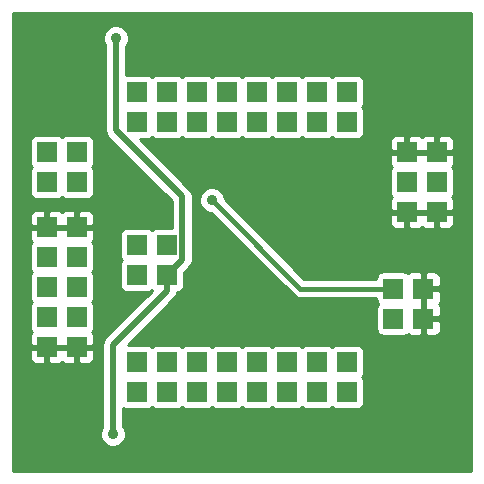
<source format=gbr>
G04 #@! TF.FileFunction,Copper,L1,Top,Signal*
%FSLAX46Y46*%
G04 Gerber Fmt 4.6, Leading zero omitted, Abs format (unit mm)*
G04 Created by KiCad (PCBNEW 0.201503110816+5502~22~ubuntu14.04.1-product) date St 11. březen 2015, 23:46:55 CET*
%MOMM*%
G01*
G04 APERTURE LIST*
%ADD10C,0.100000*%
%ADD11R,1.651000X1.651000*%
%ADD12C,6.000000*%
%ADD13C,0.889000*%
%ADD14C,0.381000*%
%ADD15C,0.508000*%
%ADD16C,0.254000*%
G04 APERTURE END LIST*
D10*
D11*
X36830000Y12700000D03*
X36830000Y15240000D03*
X36830000Y17780000D03*
X34290000Y17780000D03*
X34290000Y15240000D03*
X34290000Y12700000D03*
X11430000Y7366000D03*
X11430000Y9906000D03*
D12*
X5080000Y-5080000D03*
X35560000Y25400000D03*
X5050000Y25400000D03*
X35560000Y-5080000D03*
D11*
X3810000Y17780000D03*
X3810000Y15240000D03*
X6350000Y15240000D03*
X6350000Y17780000D03*
X3810000Y3810000D03*
X6350000Y11430000D03*
X6350000Y6350000D03*
X3810000Y11430000D03*
X6350000Y1270000D03*
X6350000Y3810000D03*
X6350000Y8890000D03*
X3810000Y1270000D03*
X3810000Y8890000D03*
X3810000Y6350000D03*
X13970000Y9906000D03*
X13970000Y7366000D03*
X13970000Y22860000D03*
X11430000Y22860000D03*
X29210000Y20320000D03*
X26670000Y20320000D03*
X16510000Y22860000D03*
X24130000Y20320000D03*
X21590000Y22860000D03*
X29210000Y22860000D03*
X21590000Y20320000D03*
X16510000Y20320000D03*
X24130000Y22860000D03*
X11430000Y20320000D03*
X13970000Y20320000D03*
X19050000Y20320000D03*
X26670000Y22860000D03*
X19050000Y22860000D03*
X26670000Y-2540000D03*
X29210000Y-2540000D03*
X11430000Y0D03*
X13970000Y0D03*
X24130000Y-2540000D03*
X16510000Y0D03*
X19050000Y-2540000D03*
X11430000Y-2540000D03*
X19050000Y0D03*
X24130000Y0D03*
X16510000Y-2540000D03*
X29210000Y0D03*
X26670000Y0D03*
X21590000Y0D03*
X13970000Y-2540000D03*
X21590000Y-2540000D03*
X33147000Y6223000D03*
X35687000Y6223000D03*
X35687000Y3683000D03*
X33147000Y3683000D03*
D13*
X17780000Y13716000D03*
X9398000Y-6096000D03*
X9652000Y27432000D03*
D14*
X25273000Y6223000D02*
X18224499Y13271501D01*
X33147000Y6223000D02*
X25273000Y6223000D01*
X18224499Y13271501D02*
X17780000Y13716000D01*
D15*
X13970000Y7366000D02*
X13970000Y6032500D01*
X13970000Y6032500D02*
X9398000Y1460500D01*
X9398000Y1460500D02*
X9398000Y-6096000D01*
X9652000Y26803383D02*
X9652000Y27432000D01*
X9652000Y19629798D02*
X9652000Y26803383D01*
X15249501Y14032297D02*
X9652000Y19629798D01*
X15249501Y8645501D02*
X15249501Y14032297D01*
X13970000Y7366000D02*
X15249501Y8645501D01*
D16*
G36*
X39699000Y-9219000D02*
X38302940Y-9219000D01*
X38302940Y14414500D01*
X38302940Y16065500D01*
X38255963Y16307623D01*
X38117473Y16518448D01*
X38193827Y16594802D01*
X38290500Y16828191D01*
X38290500Y17494250D01*
X38290500Y18065750D01*
X38290500Y18731809D01*
X38193827Y18965198D01*
X38015199Y19143827D01*
X37781810Y19240500D01*
X37529191Y19240500D01*
X37115750Y19240500D01*
X36957000Y19081750D01*
X36957000Y17907000D01*
X38131750Y17907000D01*
X38290500Y18065750D01*
X38290500Y17494250D01*
X38131750Y17653000D01*
X36957000Y17653000D01*
X36957000Y17633000D01*
X36703000Y17633000D01*
X36703000Y17653000D01*
X36703000Y17907000D01*
X36703000Y19081750D01*
X36544250Y19240500D01*
X36130809Y19240500D01*
X35878190Y19240500D01*
X35644801Y19143827D01*
X35560000Y19059026D01*
X35475199Y19143827D01*
X35241810Y19240500D01*
X34989191Y19240500D01*
X34575750Y19240500D01*
X34417000Y19081750D01*
X34417000Y17907000D01*
X35528250Y17907000D01*
X35591750Y17907000D01*
X36703000Y17907000D01*
X36703000Y17653000D01*
X35591750Y17653000D01*
X35528250Y17653000D01*
X34417000Y17653000D01*
X34417000Y17633000D01*
X34163000Y17633000D01*
X34163000Y17653000D01*
X34163000Y17907000D01*
X34163000Y19081750D01*
X34004250Y19240500D01*
X33590809Y19240500D01*
X33338190Y19240500D01*
X33104801Y19143827D01*
X32926173Y18965198D01*
X32829500Y18731809D01*
X32829500Y18065750D01*
X32988250Y17907000D01*
X34163000Y17907000D01*
X34163000Y17653000D01*
X32988250Y17653000D01*
X32829500Y17494250D01*
X32829500Y16828191D01*
X32926173Y16594802D01*
X33003620Y16517355D01*
X32867123Y16315140D01*
X32817060Y16065500D01*
X32817060Y14414500D01*
X32864037Y14172377D01*
X33002526Y13961553D01*
X32926173Y13885198D01*
X32829500Y13651809D01*
X32829500Y12985750D01*
X32988250Y12827000D01*
X34163000Y12827000D01*
X34163000Y12847000D01*
X34417000Y12847000D01*
X34417000Y12827000D01*
X35528250Y12827000D01*
X35591750Y12827000D01*
X36703000Y12827000D01*
X36703000Y12847000D01*
X36957000Y12847000D01*
X36957000Y12827000D01*
X38131750Y12827000D01*
X38290500Y12985750D01*
X38290500Y13651809D01*
X38193827Y13885198D01*
X38116379Y13962646D01*
X38252877Y14164860D01*
X38302940Y14414500D01*
X38302940Y-9219000D01*
X38290500Y-9219000D01*
X38290500Y11748191D01*
X38290500Y12414250D01*
X38131750Y12573000D01*
X36957000Y12573000D01*
X36957000Y11398250D01*
X37115750Y11239500D01*
X37529191Y11239500D01*
X37781810Y11239500D01*
X38015199Y11336173D01*
X38193827Y11514802D01*
X38290500Y11748191D01*
X38290500Y-9219000D01*
X37147500Y-9219000D01*
X37147500Y2731190D01*
X37147500Y2983809D01*
X37147500Y3397250D01*
X37147500Y3968750D01*
X37147500Y4382191D01*
X37147500Y4634810D01*
X37050827Y4868199D01*
X36966025Y4953000D01*
X37050827Y5037801D01*
X37147500Y5271190D01*
X37147500Y5523809D01*
X37147500Y5937250D01*
X37147500Y6508750D01*
X37147500Y6922191D01*
X37147500Y7174810D01*
X37050827Y7408199D01*
X36872198Y7586827D01*
X36703000Y7656911D01*
X36703000Y11398250D01*
X36703000Y12573000D01*
X35591750Y12573000D01*
X35528250Y12573000D01*
X34417000Y12573000D01*
X34417000Y11398250D01*
X34575750Y11239500D01*
X34989191Y11239500D01*
X35241810Y11239500D01*
X35475199Y11336173D01*
X35560000Y11420975D01*
X35644801Y11336173D01*
X35878190Y11239500D01*
X36130809Y11239500D01*
X36544250Y11239500D01*
X36703000Y11398250D01*
X36703000Y7656911D01*
X36638809Y7683500D01*
X35972750Y7683500D01*
X35814000Y7524750D01*
X35814000Y6350000D01*
X36988750Y6350000D01*
X37147500Y6508750D01*
X37147500Y5937250D01*
X36988750Y6096000D01*
X35814000Y6096000D01*
X35814000Y4984750D01*
X35814000Y4921250D01*
X35814000Y3810000D01*
X36988750Y3810000D01*
X37147500Y3968750D01*
X37147500Y3397250D01*
X36988750Y3556000D01*
X35814000Y3556000D01*
X35814000Y2381250D01*
X35972750Y2222500D01*
X36638809Y2222500D01*
X36872198Y2319173D01*
X37050827Y2497801D01*
X37147500Y2731190D01*
X37147500Y-9219000D01*
X35560000Y-9219000D01*
X35560000Y2381250D01*
X35560000Y3556000D01*
X35540000Y3556000D01*
X35540000Y3810000D01*
X35560000Y3810000D01*
X35560000Y4921250D01*
X35560000Y4984750D01*
X35560000Y6096000D01*
X35540000Y6096000D01*
X35540000Y6350000D01*
X35560000Y6350000D01*
X35560000Y7524750D01*
X35401250Y7683500D01*
X34735191Y7683500D01*
X34501802Y7586827D01*
X34424354Y7509380D01*
X34222140Y7645877D01*
X34163000Y7657736D01*
X34163000Y11398250D01*
X34163000Y12573000D01*
X32988250Y12573000D01*
X32829500Y12414250D01*
X32829500Y11748191D01*
X32926173Y11514802D01*
X33104801Y11336173D01*
X33338190Y11239500D01*
X33590809Y11239500D01*
X34004250Y11239500D01*
X34163000Y11398250D01*
X34163000Y7657736D01*
X33972500Y7695940D01*
X32321500Y7695940D01*
X32079377Y7648963D01*
X31866573Y7509173D01*
X31724123Y7298140D01*
X31674060Y7048500D01*
X25614933Y7048500D01*
X18859577Y13803857D01*
X18859687Y13929784D01*
X18695689Y14326689D01*
X18392286Y14630622D01*
X17995668Y14795313D01*
X17566216Y14795687D01*
X17169311Y14631689D01*
X16865378Y14328286D01*
X16700687Y13931668D01*
X16700313Y13502216D01*
X16864311Y13105311D01*
X17167714Y12801378D01*
X17564332Y12636687D01*
X17691990Y12636576D01*
X24689280Y5639287D01*
X24689283Y5639283D01*
X24689284Y5639283D01*
X24957095Y5460337D01*
X25273000Y5397499D01*
X25273000Y5397500D01*
X25273005Y5397500D01*
X31674060Y5397500D01*
X31721037Y5155377D01*
X31854805Y4951740D01*
X31724123Y4758140D01*
X31674060Y4508500D01*
X31674060Y2857500D01*
X31721037Y2615377D01*
X31860827Y2402573D01*
X32071860Y2260123D01*
X32321500Y2210060D01*
X33972500Y2210060D01*
X34214623Y2257037D01*
X34425447Y2395527D01*
X34501802Y2319173D01*
X34735191Y2222500D01*
X35401250Y2222500D01*
X35560000Y2381250D01*
X35560000Y-9219000D01*
X30682940Y-9219000D01*
X30682940Y-3365500D01*
X30682940Y-1714500D01*
X30635963Y-1472377D01*
X30502194Y-1268739D01*
X30632877Y-1075140D01*
X30682940Y-825500D01*
X30682940Y825500D01*
X30635963Y1067623D01*
X30496173Y1280427D01*
X30285140Y1422877D01*
X30035500Y1472940D01*
X28384500Y1472940D01*
X28142377Y1425963D01*
X27938739Y1292195D01*
X27745140Y1422877D01*
X27495500Y1472940D01*
X25844500Y1472940D01*
X25602377Y1425963D01*
X25398739Y1292195D01*
X25205140Y1422877D01*
X24955500Y1472940D01*
X23304500Y1472940D01*
X23062377Y1425963D01*
X22858739Y1292195D01*
X22665140Y1422877D01*
X22415500Y1472940D01*
X20764500Y1472940D01*
X20522377Y1425963D01*
X20318739Y1292195D01*
X20125140Y1422877D01*
X19875500Y1472940D01*
X18224500Y1472940D01*
X17982377Y1425963D01*
X17778739Y1292195D01*
X17585140Y1422877D01*
X17335500Y1472940D01*
X15684500Y1472940D01*
X15442377Y1425963D01*
X15238739Y1292195D01*
X15045140Y1422877D01*
X14795500Y1472940D01*
X13144500Y1472940D01*
X12902377Y1425963D01*
X12698739Y1292195D01*
X12505140Y1422877D01*
X12255500Y1472940D01*
X10667676Y1472940D01*
X14598618Y5403882D01*
X14791329Y5692294D01*
X14832699Y5900278D01*
X15037623Y5940037D01*
X15250427Y6079827D01*
X15392877Y6290860D01*
X15442940Y6540500D01*
X15442940Y7581704D01*
X15878119Y8016883D01*
X16070830Y8305295D01*
X16070831Y8305296D01*
X16138501Y8645501D01*
X16138501Y14032297D01*
X16070830Y14372502D01*
X16070830Y14372503D01*
X15878119Y14660915D01*
X11691974Y18847060D01*
X12255500Y18847060D01*
X12497623Y18894037D01*
X12701260Y19027806D01*
X12894860Y18897123D01*
X13144500Y18847060D01*
X14795500Y18847060D01*
X15037623Y18894037D01*
X15241260Y19027806D01*
X15434860Y18897123D01*
X15684500Y18847060D01*
X17335500Y18847060D01*
X17577623Y18894037D01*
X17781260Y19027806D01*
X17974860Y18897123D01*
X18224500Y18847060D01*
X19875500Y18847060D01*
X20117623Y18894037D01*
X20321260Y19027806D01*
X20514860Y18897123D01*
X20764500Y18847060D01*
X22415500Y18847060D01*
X22657623Y18894037D01*
X22861260Y19027806D01*
X23054860Y18897123D01*
X23304500Y18847060D01*
X24955500Y18847060D01*
X25197623Y18894037D01*
X25401260Y19027806D01*
X25594860Y18897123D01*
X25844500Y18847060D01*
X27495500Y18847060D01*
X27737623Y18894037D01*
X27941260Y19027806D01*
X28134860Y18897123D01*
X28384500Y18847060D01*
X30035500Y18847060D01*
X30277623Y18894037D01*
X30490427Y19033827D01*
X30632877Y19244860D01*
X30682940Y19494500D01*
X30682940Y21145500D01*
X30635963Y21387623D01*
X30502194Y21591261D01*
X30632877Y21784860D01*
X30682940Y22034500D01*
X30682940Y23685500D01*
X30635963Y23927623D01*
X30496173Y24140427D01*
X30285140Y24282877D01*
X30035500Y24332940D01*
X28384500Y24332940D01*
X28142377Y24285963D01*
X27938739Y24152195D01*
X27745140Y24282877D01*
X27495500Y24332940D01*
X25844500Y24332940D01*
X25602377Y24285963D01*
X25398739Y24152195D01*
X25205140Y24282877D01*
X24955500Y24332940D01*
X23304500Y24332940D01*
X23062377Y24285963D01*
X22858739Y24152195D01*
X22665140Y24282877D01*
X22415500Y24332940D01*
X20764500Y24332940D01*
X20522377Y24285963D01*
X20318739Y24152195D01*
X20125140Y24282877D01*
X19875500Y24332940D01*
X18224500Y24332940D01*
X17982377Y24285963D01*
X17778739Y24152195D01*
X17585140Y24282877D01*
X17335500Y24332940D01*
X15684500Y24332940D01*
X15442377Y24285963D01*
X15238739Y24152195D01*
X15045140Y24282877D01*
X14795500Y24332940D01*
X13144500Y24332940D01*
X12902377Y24285963D01*
X12698739Y24152195D01*
X12505140Y24282877D01*
X12255500Y24332940D01*
X10604500Y24332940D01*
X10541000Y24320620D01*
X10541000Y26794137D01*
X10566622Y26819714D01*
X10731313Y27216332D01*
X10731687Y27645784D01*
X10567689Y28042689D01*
X10264286Y28346622D01*
X9867668Y28511313D01*
X9438216Y28511687D01*
X9041311Y28347689D01*
X8737378Y28044286D01*
X8572687Y27647668D01*
X8572313Y27218216D01*
X8736311Y26821311D01*
X8763000Y26794575D01*
X8763000Y19629798D01*
X8830671Y19289592D01*
X9023382Y19001180D01*
X14360501Y13664061D01*
X14360501Y11378940D01*
X13144500Y11378940D01*
X12902377Y11331963D01*
X12698739Y11198195D01*
X12505140Y11328877D01*
X12255500Y11378940D01*
X10604500Y11378940D01*
X10362377Y11331963D01*
X10149573Y11192173D01*
X10007123Y10981140D01*
X9957060Y10731500D01*
X9957060Y9080500D01*
X10004037Y8838377D01*
X10137805Y8634740D01*
X10007123Y8441140D01*
X9957060Y8191500D01*
X9957060Y6540500D01*
X10004037Y6298377D01*
X10143827Y6085573D01*
X10354860Y5943123D01*
X10604500Y5893060D01*
X12255500Y5893060D01*
X12497623Y5940037D01*
X12701260Y6073806D01*
X12732787Y6052524D01*
X8769382Y2089118D01*
X8576671Y1800706D01*
X8509000Y1460500D01*
X8509000Y-5458136D01*
X8483378Y-5483714D01*
X8318687Y-5880332D01*
X8318313Y-6309784D01*
X8482311Y-6706689D01*
X8785714Y-7010622D01*
X9182332Y-7175313D01*
X9611784Y-7175687D01*
X10008689Y-7011689D01*
X10312622Y-6708286D01*
X10477313Y-6311668D01*
X10477687Y-5882216D01*
X10313689Y-5485311D01*
X10287000Y-5458575D01*
X10287000Y-3917070D01*
X10354860Y-3962877D01*
X10604500Y-4012940D01*
X12255500Y-4012940D01*
X12497623Y-3965963D01*
X12701260Y-3832194D01*
X12894860Y-3962877D01*
X13144500Y-4012940D01*
X14795500Y-4012940D01*
X15037623Y-3965963D01*
X15241260Y-3832194D01*
X15434860Y-3962877D01*
X15684500Y-4012940D01*
X17335500Y-4012940D01*
X17577623Y-3965963D01*
X17781260Y-3832194D01*
X17974860Y-3962877D01*
X18224500Y-4012940D01*
X19875500Y-4012940D01*
X20117623Y-3965963D01*
X20321260Y-3832194D01*
X20514860Y-3962877D01*
X20764500Y-4012940D01*
X22415500Y-4012940D01*
X22657623Y-3965963D01*
X22861260Y-3832194D01*
X23054860Y-3962877D01*
X23304500Y-4012940D01*
X24955500Y-4012940D01*
X25197623Y-3965963D01*
X25401260Y-3832194D01*
X25594860Y-3962877D01*
X25844500Y-4012940D01*
X27495500Y-4012940D01*
X27737623Y-3965963D01*
X27941260Y-3832194D01*
X28134860Y-3962877D01*
X28384500Y-4012940D01*
X30035500Y-4012940D01*
X30277623Y-3965963D01*
X30490427Y-3826173D01*
X30632877Y-3615140D01*
X30682940Y-3365500D01*
X30682940Y-9219000D01*
X7822940Y-9219000D01*
X7822940Y2984500D01*
X7822940Y4635500D01*
X7775963Y4877623D01*
X7642194Y5081261D01*
X7772877Y5274860D01*
X7822940Y5524500D01*
X7822940Y7175500D01*
X7775963Y7417623D01*
X7642194Y7621261D01*
X7772877Y7814860D01*
X7822940Y8064500D01*
X7822940Y9715500D01*
X7822940Y14414500D01*
X7822940Y16065500D01*
X7775963Y16307623D01*
X7642194Y16511261D01*
X7772877Y16704860D01*
X7822940Y16954500D01*
X7822940Y18605500D01*
X7775963Y18847623D01*
X7636173Y19060427D01*
X7425140Y19202877D01*
X7175500Y19252940D01*
X5524500Y19252940D01*
X5282377Y19205963D01*
X5078739Y19072195D01*
X4885140Y19202877D01*
X4635500Y19252940D01*
X2984500Y19252940D01*
X2742377Y19205963D01*
X2529573Y19066173D01*
X2387123Y18855140D01*
X2337060Y18605500D01*
X2337060Y16954500D01*
X2384037Y16712377D01*
X2517805Y16508740D01*
X2387123Y16315140D01*
X2337060Y16065500D01*
X2337060Y14414500D01*
X2384037Y14172377D01*
X2523827Y13959573D01*
X2734860Y13817123D01*
X2984500Y13767060D01*
X4635500Y13767060D01*
X4877623Y13814037D01*
X5081260Y13947806D01*
X5274860Y13817123D01*
X5524500Y13767060D01*
X7175500Y13767060D01*
X7417623Y13814037D01*
X7630427Y13953827D01*
X7772877Y14164860D01*
X7822940Y14414500D01*
X7822940Y9715500D01*
X7775963Y9957623D01*
X7637473Y10168448D01*
X7713827Y10244802D01*
X7810500Y10478191D01*
X7810500Y11144250D01*
X7810500Y11715750D01*
X7810500Y12381809D01*
X7713827Y12615198D01*
X7535199Y12793827D01*
X7301810Y12890500D01*
X7049191Y12890500D01*
X6635750Y12890500D01*
X6477000Y12731750D01*
X6477000Y11557000D01*
X7651750Y11557000D01*
X7810500Y11715750D01*
X7810500Y11144250D01*
X7651750Y11303000D01*
X6477000Y11303000D01*
X6477000Y11283000D01*
X6223000Y11283000D01*
X6223000Y11303000D01*
X6223000Y11557000D01*
X6223000Y12731750D01*
X6064250Y12890500D01*
X5650809Y12890500D01*
X5398190Y12890500D01*
X5164801Y12793827D01*
X5080000Y12709026D01*
X4995199Y12793827D01*
X4761810Y12890500D01*
X4509191Y12890500D01*
X4095750Y12890500D01*
X3937000Y12731750D01*
X3937000Y11557000D01*
X5048250Y11557000D01*
X5111750Y11557000D01*
X6223000Y11557000D01*
X6223000Y11303000D01*
X5111750Y11303000D01*
X5048250Y11303000D01*
X3937000Y11303000D01*
X3937000Y11283000D01*
X3683000Y11283000D01*
X3683000Y11303000D01*
X3683000Y11557000D01*
X3683000Y12731750D01*
X3524250Y12890500D01*
X3110809Y12890500D01*
X2858190Y12890500D01*
X2624801Y12793827D01*
X2446173Y12615198D01*
X2349500Y12381809D01*
X2349500Y11715750D01*
X2508250Y11557000D01*
X3683000Y11557000D01*
X3683000Y11303000D01*
X2508250Y11303000D01*
X2349500Y11144250D01*
X2349500Y10478191D01*
X2446173Y10244802D01*
X2523620Y10167355D01*
X2387123Y9965140D01*
X2337060Y9715500D01*
X2337060Y8064500D01*
X2384037Y7822377D01*
X2517805Y7618740D01*
X2387123Y7425140D01*
X2337060Y7175500D01*
X2337060Y5524500D01*
X2384037Y5282377D01*
X2517805Y5078740D01*
X2387123Y4885140D01*
X2337060Y4635500D01*
X2337060Y2984500D01*
X2384037Y2742377D01*
X2522526Y2531553D01*
X2446173Y2455198D01*
X2349500Y2221809D01*
X2349500Y1555750D01*
X2508250Y1397000D01*
X3683000Y1397000D01*
X3683000Y1417000D01*
X3937000Y1417000D01*
X3937000Y1397000D01*
X5048250Y1397000D01*
X5111750Y1397000D01*
X6223000Y1397000D01*
X6223000Y1417000D01*
X6477000Y1417000D01*
X6477000Y1397000D01*
X7651750Y1397000D01*
X7810500Y1555750D01*
X7810500Y2221809D01*
X7713827Y2455198D01*
X7636379Y2532646D01*
X7772877Y2734860D01*
X7822940Y2984500D01*
X7822940Y-9219000D01*
X7810500Y-9219000D01*
X7810500Y318191D01*
X7810500Y984250D01*
X7651750Y1143000D01*
X6477000Y1143000D01*
X6477000Y-31750D01*
X6635750Y-190500D01*
X7049191Y-190500D01*
X7301810Y-190500D01*
X7535199Y-93827D01*
X7713827Y84802D01*
X7810500Y318191D01*
X7810500Y-9219000D01*
X6223000Y-9219000D01*
X6223000Y-31750D01*
X6223000Y1143000D01*
X5111750Y1143000D01*
X5048250Y1143000D01*
X3937000Y1143000D01*
X3937000Y-31750D01*
X4095750Y-190500D01*
X4509191Y-190500D01*
X4761810Y-190500D01*
X4995199Y-93827D01*
X5080000Y-9025D01*
X5164801Y-93827D01*
X5398190Y-190500D01*
X5650809Y-190500D01*
X6064250Y-190500D01*
X6223000Y-31750D01*
X6223000Y-9219000D01*
X3683000Y-9219000D01*
X3683000Y-31750D01*
X3683000Y1143000D01*
X2508250Y1143000D01*
X2349500Y984250D01*
X2349500Y318191D01*
X2446173Y84802D01*
X2624801Y-93827D01*
X2858190Y-190500D01*
X3110809Y-190500D01*
X3524250Y-190500D01*
X3683000Y-31750D01*
X3683000Y-9219000D01*
X941000Y-9219000D01*
X941000Y29539000D01*
X39699000Y29539000D01*
X39699000Y-9219000D01*
X39699000Y-9219000D01*
G37*
X39699000Y-9219000D02*
X38302940Y-9219000D01*
X38302940Y14414500D01*
X38302940Y16065500D01*
X38255963Y16307623D01*
X38117473Y16518448D01*
X38193827Y16594802D01*
X38290500Y16828191D01*
X38290500Y17494250D01*
X38290500Y18065750D01*
X38290500Y18731809D01*
X38193827Y18965198D01*
X38015199Y19143827D01*
X37781810Y19240500D01*
X37529191Y19240500D01*
X37115750Y19240500D01*
X36957000Y19081750D01*
X36957000Y17907000D01*
X38131750Y17907000D01*
X38290500Y18065750D01*
X38290500Y17494250D01*
X38131750Y17653000D01*
X36957000Y17653000D01*
X36957000Y17633000D01*
X36703000Y17633000D01*
X36703000Y17653000D01*
X36703000Y17907000D01*
X36703000Y19081750D01*
X36544250Y19240500D01*
X36130809Y19240500D01*
X35878190Y19240500D01*
X35644801Y19143827D01*
X35560000Y19059026D01*
X35475199Y19143827D01*
X35241810Y19240500D01*
X34989191Y19240500D01*
X34575750Y19240500D01*
X34417000Y19081750D01*
X34417000Y17907000D01*
X35528250Y17907000D01*
X35591750Y17907000D01*
X36703000Y17907000D01*
X36703000Y17653000D01*
X35591750Y17653000D01*
X35528250Y17653000D01*
X34417000Y17653000D01*
X34417000Y17633000D01*
X34163000Y17633000D01*
X34163000Y17653000D01*
X34163000Y17907000D01*
X34163000Y19081750D01*
X34004250Y19240500D01*
X33590809Y19240500D01*
X33338190Y19240500D01*
X33104801Y19143827D01*
X32926173Y18965198D01*
X32829500Y18731809D01*
X32829500Y18065750D01*
X32988250Y17907000D01*
X34163000Y17907000D01*
X34163000Y17653000D01*
X32988250Y17653000D01*
X32829500Y17494250D01*
X32829500Y16828191D01*
X32926173Y16594802D01*
X33003620Y16517355D01*
X32867123Y16315140D01*
X32817060Y16065500D01*
X32817060Y14414500D01*
X32864037Y14172377D01*
X33002526Y13961553D01*
X32926173Y13885198D01*
X32829500Y13651809D01*
X32829500Y12985750D01*
X32988250Y12827000D01*
X34163000Y12827000D01*
X34163000Y12847000D01*
X34417000Y12847000D01*
X34417000Y12827000D01*
X35528250Y12827000D01*
X35591750Y12827000D01*
X36703000Y12827000D01*
X36703000Y12847000D01*
X36957000Y12847000D01*
X36957000Y12827000D01*
X38131750Y12827000D01*
X38290500Y12985750D01*
X38290500Y13651809D01*
X38193827Y13885198D01*
X38116379Y13962646D01*
X38252877Y14164860D01*
X38302940Y14414500D01*
X38302940Y-9219000D01*
X38290500Y-9219000D01*
X38290500Y11748191D01*
X38290500Y12414250D01*
X38131750Y12573000D01*
X36957000Y12573000D01*
X36957000Y11398250D01*
X37115750Y11239500D01*
X37529191Y11239500D01*
X37781810Y11239500D01*
X38015199Y11336173D01*
X38193827Y11514802D01*
X38290500Y11748191D01*
X38290500Y-9219000D01*
X37147500Y-9219000D01*
X37147500Y2731190D01*
X37147500Y2983809D01*
X37147500Y3397250D01*
X37147500Y3968750D01*
X37147500Y4382191D01*
X37147500Y4634810D01*
X37050827Y4868199D01*
X36966025Y4953000D01*
X37050827Y5037801D01*
X37147500Y5271190D01*
X37147500Y5523809D01*
X37147500Y5937250D01*
X37147500Y6508750D01*
X37147500Y6922191D01*
X37147500Y7174810D01*
X37050827Y7408199D01*
X36872198Y7586827D01*
X36703000Y7656911D01*
X36703000Y11398250D01*
X36703000Y12573000D01*
X35591750Y12573000D01*
X35528250Y12573000D01*
X34417000Y12573000D01*
X34417000Y11398250D01*
X34575750Y11239500D01*
X34989191Y11239500D01*
X35241810Y11239500D01*
X35475199Y11336173D01*
X35560000Y11420975D01*
X35644801Y11336173D01*
X35878190Y11239500D01*
X36130809Y11239500D01*
X36544250Y11239500D01*
X36703000Y11398250D01*
X36703000Y7656911D01*
X36638809Y7683500D01*
X35972750Y7683500D01*
X35814000Y7524750D01*
X35814000Y6350000D01*
X36988750Y6350000D01*
X37147500Y6508750D01*
X37147500Y5937250D01*
X36988750Y6096000D01*
X35814000Y6096000D01*
X35814000Y4984750D01*
X35814000Y4921250D01*
X35814000Y3810000D01*
X36988750Y3810000D01*
X37147500Y3968750D01*
X37147500Y3397250D01*
X36988750Y3556000D01*
X35814000Y3556000D01*
X35814000Y2381250D01*
X35972750Y2222500D01*
X36638809Y2222500D01*
X36872198Y2319173D01*
X37050827Y2497801D01*
X37147500Y2731190D01*
X37147500Y-9219000D01*
X35560000Y-9219000D01*
X35560000Y2381250D01*
X35560000Y3556000D01*
X35540000Y3556000D01*
X35540000Y3810000D01*
X35560000Y3810000D01*
X35560000Y4921250D01*
X35560000Y4984750D01*
X35560000Y6096000D01*
X35540000Y6096000D01*
X35540000Y6350000D01*
X35560000Y6350000D01*
X35560000Y7524750D01*
X35401250Y7683500D01*
X34735191Y7683500D01*
X34501802Y7586827D01*
X34424354Y7509380D01*
X34222140Y7645877D01*
X34163000Y7657736D01*
X34163000Y11398250D01*
X34163000Y12573000D01*
X32988250Y12573000D01*
X32829500Y12414250D01*
X32829500Y11748191D01*
X32926173Y11514802D01*
X33104801Y11336173D01*
X33338190Y11239500D01*
X33590809Y11239500D01*
X34004250Y11239500D01*
X34163000Y11398250D01*
X34163000Y7657736D01*
X33972500Y7695940D01*
X32321500Y7695940D01*
X32079377Y7648963D01*
X31866573Y7509173D01*
X31724123Y7298140D01*
X31674060Y7048500D01*
X25614933Y7048500D01*
X18859577Y13803857D01*
X18859687Y13929784D01*
X18695689Y14326689D01*
X18392286Y14630622D01*
X17995668Y14795313D01*
X17566216Y14795687D01*
X17169311Y14631689D01*
X16865378Y14328286D01*
X16700687Y13931668D01*
X16700313Y13502216D01*
X16864311Y13105311D01*
X17167714Y12801378D01*
X17564332Y12636687D01*
X17691990Y12636576D01*
X24689280Y5639287D01*
X24689283Y5639283D01*
X24689284Y5639283D01*
X24957095Y5460337D01*
X25273000Y5397499D01*
X25273000Y5397500D01*
X25273005Y5397500D01*
X31674060Y5397500D01*
X31721037Y5155377D01*
X31854805Y4951740D01*
X31724123Y4758140D01*
X31674060Y4508500D01*
X31674060Y2857500D01*
X31721037Y2615377D01*
X31860827Y2402573D01*
X32071860Y2260123D01*
X32321500Y2210060D01*
X33972500Y2210060D01*
X34214623Y2257037D01*
X34425447Y2395527D01*
X34501802Y2319173D01*
X34735191Y2222500D01*
X35401250Y2222500D01*
X35560000Y2381250D01*
X35560000Y-9219000D01*
X30682940Y-9219000D01*
X30682940Y-3365500D01*
X30682940Y-1714500D01*
X30635963Y-1472377D01*
X30502194Y-1268739D01*
X30632877Y-1075140D01*
X30682940Y-825500D01*
X30682940Y825500D01*
X30635963Y1067623D01*
X30496173Y1280427D01*
X30285140Y1422877D01*
X30035500Y1472940D01*
X28384500Y1472940D01*
X28142377Y1425963D01*
X27938739Y1292195D01*
X27745140Y1422877D01*
X27495500Y1472940D01*
X25844500Y1472940D01*
X25602377Y1425963D01*
X25398739Y1292195D01*
X25205140Y1422877D01*
X24955500Y1472940D01*
X23304500Y1472940D01*
X23062377Y1425963D01*
X22858739Y1292195D01*
X22665140Y1422877D01*
X22415500Y1472940D01*
X20764500Y1472940D01*
X20522377Y1425963D01*
X20318739Y1292195D01*
X20125140Y1422877D01*
X19875500Y1472940D01*
X18224500Y1472940D01*
X17982377Y1425963D01*
X17778739Y1292195D01*
X17585140Y1422877D01*
X17335500Y1472940D01*
X15684500Y1472940D01*
X15442377Y1425963D01*
X15238739Y1292195D01*
X15045140Y1422877D01*
X14795500Y1472940D01*
X13144500Y1472940D01*
X12902377Y1425963D01*
X12698739Y1292195D01*
X12505140Y1422877D01*
X12255500Y1472940D01*
X10667676Y1472940D01*
X14598618Y5403882D01*
X14791329Y5692294D01*
X14832699Y5900278D01*
X15037623Y5940037D01*
X15250427Y6079827D01*
X15392877Y6290860D01*
X15442940Y6540500D01*
X15442940Y7581704D01*
X15878119Y8016883D01*
X16070830Y8305295D01*
X16070831Y8305296D01*
X16138501Y8645501D01*
X16138501Y14032297D01*
X16070830Y14372502D01*
X16070830Y14372503D01*
X15878119Y14660915D01*
X11691974Y18847060D01*
X12255500Y18847060D01*
X12497623Y18894037D01*
X12701260Y19027806D01*
X12894860Y18897123D01*
X13144500Y18847060D01*
X14795500Y18847060D01*
X15037623Y18894037D01*
X15241260Y19027806D01*
X15434860Y18897123D01*
X15684500Y18847060D01*
X17335500Y18847060D01*
X17577623Y18894037D01*
X17781260Y19027806D01*
X17974860Y18897123D01*
X18224500Y18847060D01*
X19875500Y18847060D01*
X20117623Y18894037D01*
X20321260Y19027806D01*
X20514860Y18897123D01*
X20764500Y18847060D01*
X22415500Y18847060D01*
X22657623Y18894037D01*
X22861260Y19027806D01*
X23054860Y18897123D01*
X23304500Y18847060D01*
X24955500Y18847060D01*
X25197623Y18894037D01*
X25401260Y19027806D01*
X25594860Y18897123D01*
X25844500Y18847060D01*
X27495500Y18847060D01*
X27737623Y18894037D01*
X27941260Y19027806D01*
X28134860Y18897123D01*
X28384500Y18847060D01*
X30035500Y18847060D01*
X30277623Y18894037D01*
X30490427Y19033827D01*
X30632877Y19244860D01*
X30682940Y19494500D01*
X30682940Y21145500D01*
X30635963Y21387623D01*
X30502194Y21591261D01*
X30632877Y21784860D01*
X30682940Y22034500D01*
X30682940Y23685500D01*
X30635963Y23927623D01*
X30496173Y24140427D01*
X30285140Y24282877D01*
X30035500Y24332940D01*
X28384500Y24332940D01*
X28142377Y24285963D01*
X27938739Y24152195D01*
X27745140Y24282877D01*
X27495500Y24332940D01*
X25844500Y24332940D01*
X25602377Y24285963D01*
X25398739Y24152195D01*
X25205140Y24282877D01*
X24955500Y24332940D01*
X23304500Y24332940D01*
X23062377Y24285963D01*
X22858739Y24152195D01*
X22665140Y24282877D01*
X22415500Y24332940D01*
X20764500Y24332940D01*
X20522377Y24285963D01*
X20318739Y24152195D01*
X20125140Y24282877D01*
X19875500Y24332940D01*
X18224500Y24332940D01*
X17982377Y24285963D01*
X17778739Y24152195D01*
X17585140Y24282877D01*
X17335500Y24332940D01*
X15684500Y24332940D01*
X15442377Y24285963D01*
X15238739Y24152195D01*
X15045140Y24282877D01*
X14795500Y24332940D01*
X13144500Y24332940D01*
X12902377Y24285963D01*
X12698739Y24152195D01*
X12505140Y24282877D01*
X12255500Y24332940D01*
X10604500Y24332940D01*
X10541000Y24320620D01*
X10541000Y26794137D01*
X10566622Y26819714D01*
X10731313Y27216332D01*
X10731687Y27645784D01*
X10567689Y28042689D01*
X10264286Y28346622D01*
X9867668Y28511313D01*
X9438216Y28511687D01*
X9041311Y28347689D01*
X8737378Y28044286D01*
X8572687Y27647668D01*
X8572313Y27218216D01*
X8736311Y26821311D01*
X8763000Y26794575D01*
X8763000Y19629798D01*
X8830671Y19289592D01*
X9023382Y19001180D01*
X14360501Y13664061D01*
X14360501Y11378940D01*
X13144500Y11378940D01*
X12902377Y11331963D01*
X12698739Y11198195D01*
X12505140Y11328877D01*
X12255500Y11378940D01*
X10604500Y11378940D01*
X10362377Y11331963D01*
X10149573Y11192173D01*
X10007123Y10981140D01*
X9957060Y10731500D01*
X9957060Y9080500D01*
X10004037Y8838377D01*
X10137805Y8634740D01*
X10007123Y8441140D01*
X9957060Y8191500D01*
X9957060Y6540500D01*
X10004037Y6298377D01*
X10143827Y6085573D01*
X10354860Y5943123D01*
X10604500Y5893060D01*
X12255500Y5893060D01*
X12497623Y5940037D01*
X12701260Y6073806D01*
X12732787Y6052524D01*
X8769382Y2089118D01*
X8576671Y1800706D01*
X8509000Y1460500D01*
X8509000Y-5458136D01*
X8483378Y-5483714D01*
X8318687Y-5880332D01*
X8318313Y-6309784D01*
X8482311Y-6706689D01*
X8785714Y-7010622D01*
X9182332Y-7175313D01*
X9611784Y-7175687D01*
X10008689Y-7011689D01*
X10312622Y-6708286D01*
X10477313Y-6311668D01*
X10477687Y-5882216D01*
X10313689Y-5485311D01*
X10287000Y-5458575D01*
X10287000Y-3917070D01*
X10354860Y-3962877D01*
X10604500Y-4012940D01*
X12255500Y-4012940D01*
X12497623Y-3965963D01*
X12701260Y-3832194D01*
X12894860Y-3962877D01*
X13144500Y-4012940D01*
X14795500Y-4012940D01*
X15037623Y-3965963D01*
X15241260Y-3832194D01*
X15434860Y-3962877D01*
X15684500Y-4012940D01*
X17335500Y-4012940D01*
X17577623Y-3965963D01*
X17781260Y-3832194D01*
X17974860Y-3962877D01*
X18224500Y-4012940D01*
X19875500Y-4012940D01*
X20117623Y-3965963D01*
X20321260Y-3832194D01*
X20514860Y-3962877D01*
X20764500Y-4012940D01*
X22415500Y-4012940D01*
X22657623Y-3965963D01*
X22861260Y-3832194D01*
X23054860Y-3962877D01*
X23304500Y-4012940D01*
X24955500Y-4012940D01*
X25197623Y-3965963D01*
X25401260Y-3832194D01*
X25594860Y-3962877D01*
X25844500Y-4012940D01*
X27495500Y-4012940D01*
X27737623Y-3965963D01*
X27941260Y-3832194D01*
X28134860Y-3962877D01*
X28384500Y-4012940D01*
X30035500Y-4012940D01*
X30277623Y-3965963D01*
X30490427Y-3826173D01*
X30632877Y-3615140D01*
X30682940Y-3365500D01*
X30682940Y-9219000D01*
X7822940Y-9219000D01*
X7822940Y2984500D01*
X7822940Y4635500D01*
X7775963Y4877623D01*
X7642194Y5081261D01*
X7772877Y5274860D01*
X7822940Y5524500D01*
X7822940Y7175500D01*
X7775963Y7417623D01*
X7642194Y7621261D01*
X7772877Y7814860D01*
X7822940Y8064500D01*
X7822940Y9715500D01*
X7822940Y14414500D01*
X7822940Y16065500D01*
X7775963Y16307623D01*
X7642194Y16511261D01*
X7772877Y16704860D01*
X7822940Y16954500D01*
X7822940Y18605500D01*
X7775963Y18847623D01*
X7636173Y19060427D01*
X7425140Y19202877D01*
X7175500Y19252940D01*
X5524500Y19252940D01*
X5282377Y19205963D01*
X5078739Y19072195D01*
X4885140Y19202877D01*
X4635500Y19252940D01*
X2984500Y19252940D01*
X2742377Y19205963D01*
X2529573Y19066173D01*
X2387123Y18855140D01*
X2337060Y18605500D01*
X2337060Y16954500D01*
X2384037Y16712377D01*
X2517805Y16508740D01*
X2387123Y16315140D01*
X2337060Y16065500D01*
X2337060Y14414500D01*
X2384037Y14172377D01*
X2523827Y13959573D01*
X2734860Y13817123D01*
X2984500Y13767060D01*
X4635500Y13767060D01*
X4877623Y13814037D01*
X5081260Y13947806D01*
X5274860Y13817123D01*
X5524500Y13767060D01*
X7175500Y13767060D01*
X7417623Y13814037D01*
X7630427Y13953827D01*
X7772877Y14164860D01*
X7822940Y14414500D01*
X7822940Y9715500D01*
X7775963Y9957623D01*
X7637473Y10168448D01*
X7713827Y10244802D01*
X7810500Y10478191D01*
X7810500Y11144250D01*
X7810500Y11715750D01*
X7810500Y12381809D01*
X7713827Y12615198D01*
X7535199Y12793827D01*
X7301810Y12890500D01*
X7049191Y12890500D01*
X6635750Y12890500D01*
X6477000Y12731750D01*
X6477000Y11557000D01*
X7651750Y11557000D01*
X7810500Y11715750D01*
X7810500Y11144250D01*
X7651750Y11303000D01*
X6477000Y11303000D01*
X6477000Y11283000D01*
X6223000Y11283000D01*
X6223000Y11303000D01*
X6223000Y11557000D01*
X6223000Y12731750D01*
X6064250Y12890500D01*
X5650809Y12890500D01*
X5398190Y12890500D01*
X5164801Y12793827D01*
X5080000Y12709026D01*
X4995199Y12793827D01*
X4761810Y12890500D01*
X4509191Y12890500D01*
X4095750Y12890500D01*
X3937000Y12731750D01*
X3937000Y11557000D01*
X5048250Y11557000D01*
X5111750Y11557000D01*
X6223000Y11557000D01*
X6223000Y11303000D01*
X5111750Y11303000D01*
X5048250Y11303000D01*
X3937000Y11303000D01*
X3937000Y11283000D01*
X3683000Y11283000D01*
X3683000Y11303000D01*
X3683000Y11557000D01*
X3683000Y12731750D01*
X3524250Y12890500D01*
X3110809Y12890500D01*
X2858190Y12890500D01*
X2624801Y12793827D01*
X2446173Y12615198D01*
X2349500Y12381809D01*
X2349500Y11715750D01*
X2508250Y11557000D01*
X3683000Y11557000D01*
X3683000Y11303000D01*
X2508250Y11303000D01*
X2349500Y11144250D01*
X2349500Y10478191D01*
X2446173Y10244802D01*
X2523620Y10167355D01*
X2387123Y9965140D01*
X2337060Y9715500D01*
X2337060Y8064500D01*
X2384037Y7822377D01*
X2517805Y7618740D01*
X2387123Y7425140D01*
X2337060Y7175500D01*
X2337060Y5524500D01*
X2384037Y5282377D01*
X2517805Y5078740D01*
X2387123Y4885140D01*
X2337060Y4635500D01*
X2337060Y2984500D01*
X2384037Y2742377D01*
X2522526Y2531553D01*
X2446173Y2455198D01*
X2349500Y2221809D01*
X2349500Y1555750D01*
X2508250Y1397000D01*
X3683000Y1397000D01*
X3683000Y1417000D01*
X3937000Y1417000D01*
X3937000Y1397000D01*
X5048250Y1397000D01*
X5111750Y1397000D01*
X6223000Y1397000D01*
X6223000Y1417000D01*
X6477000Y1417000D01*
X6477000Y1397000D01*
X7651750Y1397000D01*
X7810500Y1555750D01*
X7810500Y2221809D01*
X7713827Y2455198D01*
X7636379Y2532646D01*
X7772877Y2734860D01*
X7822940Y2984500D01*
X7822940Y-9219000D01*
X7810500Y-9219000D01*
X7810500Y318191D01*
X7810500Y984250D01*
X7651750Y1143000D01*
X6477000Y1143000D01*
X6477000Y-31750D01*
X6635750Y-190500D01*
X7049191Y-190500D01*
X7301810Y-190500D01*
X7535199Y-93827D01*
X7713827Y84802D01*
X7810500Y318191D01*
X7810500Y-9219000D01*
X6223000Y-9219000D01*
X6223000Y-31750D01*
X6223000Y1143000D01*
X5111750Y1143000D01*
X5048250Y1143000D01*
X3937000Y1143000D01*
X3937000Y-31750D01*
X4095750Y-190500D01*
X4509191Y-190500D01*
X4761810Y-190500D01*
X4995199Y-93827D01*
X5080000Y-9025D01*
X5164801Y-93827D01*
X5398190Y-190500D01*
X5650809Y-190500D01*
X6064250Y-190500D01*
X6223000Y-31750D01*
X6223000Y-9219000D01*
X3683000Y-9219000D01*
X3683000Y-31750D01*
X3683000Y1143000D01*
X2508250Y1143000D01*
X2349500Y984250D01*
X2349500Y318191D01*
X2446173Y84802D01*
X2624801Y-93827D01*
X2858190Y-190500D01*
X3110809Y-190500D01*
X3524250Y-190500D01*
X3683000Y-31750D01*
X3683000Y-9219000D01*
X941000Y-9219000D01*
X941000Y29539000D01*
X39699000Y29539000D01*
X39699000Y-9219000D01*
M02*

</source>
